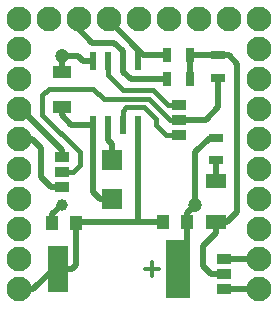
<source format=gbr>
G04 #@! TF.FileFunction,Copper,L1,Top,Signal*
%FSLAX46Y46*%
G04 Gerber Fmt 4.6, Leading zero omitted, Abs format (unit mm)*
G04 Created by KiCad (PCBNEW 4.0.6) date 08/13/17 19:50:11*
%MOMM*%
%LPD*%
G01*
G04 APERTURE LIST*
%ADD10C,0.100000*%
%ADD11C,0.300000*%
%ADD12R,1.270000X0.970000*%
%ADD13R,1.800000X1.750000*%
%ADD14R,1.700000X1.300000*%
%ADD15R,0.600000X1.550000*%
%ADD16R,1.300000X0.700000*%
%ADD17R,1.000000X1.250000*%
%ADD18R,0.700000X1.300000*%
%ADD19R,1.600000X1.000000*%
%ADD20R,2.000000X5.000000*%
%ADD21R,1.700000X4.000000*%
%ADD22C,2.100000*%
%ADD23C,1.200000*%
%ADD24C,1.000000*%
%ADD25C,0.500000*%
%ADD26C,0.400000*%
G04 APERTURE END LIST*
D10*
D11*
X125006028Y-113264143D02*
X123863171Y-113264143D01*
X124434600Y-113835571D02*
X124434600Y-112692714D01*
X125006028Y-113264143D02*
X123863171Y-113264143D01*
X124434600Y-113835571D02*
X124434600Y-112692714D01*
D12*
X126669800Y-99390200D03*
X126669800Y-100660200D03*
X126669800Y-101930200D03*
D13*
X121031000Y-104064400D03*
X121031000Y-107314400D03*
D14*
X129819400Y-105819000D03*
X129819400Y-109319000D03*
D15*
X119430800Y-101074200D03*
X120700800Y-101074200D03*
X121970800Y-101074200D03*
X123240800Y-101074200D03*
X123240800Y-95674200D03*
X121970800Y-95674200D03*
X120700800Y-95674200D03*
X119430800Y-95674200D03*
D16*
X130022600Y-95189000D03*
X130022600Y-97089000D03*
D17*
X115967000Y-109347000D03*
X117967000Y-109347000D03*
D12*
X130530600Y-114985800D03*
X130530600Y-113715800D03*
X130530600Y-112445800D03*
X126669800Y-99390200D03*
X126669800Y-100660200D03*
X126669800Y-101930200D03*
X116814600Y-103809800D03*
X116814600Y-105079800D03*
X116814600Y-106349800D03*
D18*
X127619800Y-97205800D03*
X125719800Y-97205800D03*
X127619800Y-95123000D03*
X125719800Y-95123000D03*
D19*
X116763800Y-96569400D03*
X116763800Y-99569400D03*
D20*
X126608200Y-113298600D03*
D21*
X116458200Y-113258600D03*
D17*
X127415000Y-109296200D03*
X125315000Y-109296200D03*
D16*
X129819400Y-104048600D03*
X129819400Y-102148600D03*
D22*
X133481000Y-94665000D03*
X133481000Y-97205000D03*
X133481000Y-99745000D03*
X133481000Y-102285000D03*
X133481000Y-104825000D03*
X133481000Y-107365000D03*
X133481000Y-109905000D03*
X133481000Y-112445000D03*
X133481000Y-114985000D03*
X133481000Y-92125000D03*
X130941000Y-92125000D03*
X128401000Y-92125000D03*
X125861000Y-92125000D03*
X123321000Y-92125000D03*
X120781000Y-92125000D03*
X118241000Y-92125000D03*
X115701000Y-92125000D03*
X113161000Y-92125000D03*
X113161000Y-94665000D03*
X113161000Y-97205000D03*
X113161000Y-99745000D03*
X113161000Y-102285000D03*
X113161000Y-104825000D03*
X113161000Y-107365000D03*
X113161000Y-109905000D03*
X113161000Y-112445000D03*
X113161000Y-114985000D03*
D23*
X116763800Y-95275400D03*
D24*
X116763800Y-107823000D03*
D23*
X128041400Y-107823000D03*
X128041400Y-107823000D03*
D24*
X116763800Y-107823000D03*
D23*
X116763800Y-95275400D03*
D25*
X126608200Y-113298600D02*
X126608200Y-112304200D01*
X127415000Y-110887800D02*
X127415000Y-109296200D01*
X126608200Y-111694600D02*
X127415000Y-110887800D01*
X126608200Y-113298600D02*
X126608200Y-111694600D01*
X127415000Y-108500200D02*
X127415000Y-109296200D01*
X128041400Y-107873800D02*
X127415000Y-108500200D01*
X128041400Y-103403400D02*
X128041400Y-107873800D01*
X129296200Y-102148600D02*
X128041400Y-103403400D01*
X129819400Y-102148600D02*
X129296200Y-102148600D01*
X116763800Y-107823000D02*
X115967000Y-108619800D01*
X115967000Y-108619800D02*
X115967000Y-109347000D01*
X116763800Y-96569400D02*
X116763800Y-95275400D01*
X118585000Y-95674200D02*
X118186200Y-95275400D01*
X118186200Y-95275400D02*
X116763800Y-95275400D01*
X119430800Y-95674200D02*
X118585000Y-95674200D01*
X119430800Y-95674200D02*
X118585000Y-95674200D01*
X118186200Y-95275400D02*
X116763800Y-95275400D01*
X118585000Y-95674200D02*
X118186200Y-95275400D01*
X116763800Y-96569400D02*
X116763800Y-95275400D01*
X115967000Y-108619800D02*
X115967000Y-109347000D01*
X116763800Y-107823000D02*
X115967000Y-108619800D01*
X129819400Y-102148600D02*
X129296200Y-102148600D01*
X129296200Y-102148600D02*
X128041400Y-103403400D01*
X128041400Y-103403400D02*
X128041400Y-107873800D01*
X128041400Y-107873800D02*
X127415000Y-108500200D01*
X127415000Y-108500200D02*
X127415000Y-109296200D01*
X126608200Y-113298600D02*
X126608200Y-111694600D01*
X126608200Y-111694600D02*
X127415000Y-110887800D01*
X127415000Y-110887800D02*
X127415000Y-109296200D01*
X126608200Y-113298600D02*
X126608200Y-112304200D01*
X116458200Y-113258600D02*
X116103400Y-113258600D01*
X116103400Y-113258600D02*
X114376200Y-114985800D01*
X114376200Y-114985800D02*
X113157000Y-114985800D01*
X117627400Y-113258600D02*
X116458200Y-113258600D01*
X117983000Y-112903000D02*
X117627400Y-113258600D01*
X117983000Y-109331000D02*
X117983000Y-112903000D01*
X118017800Y-109296200D02*
X117983000Y-109331000D01*
X118017800Y-109296200D02*
X117983000Y-109331000D01*
X117983000Y-109331000D02*
X117983000Y-112903000D01*
X117983000Y-112903000D02*
X117627400Y-113258600D01*
X117627400Y-113258600D02*
X116458200Y-113258600D01*
X114376200Y-114985800D02*
X113157000Y-114985800D01*
X116103400Y-113258600D02*
X114376200Y-114985800D01*
X116458200Y-113258600D02*
X116103400Y-113258600D01*
X123240800Y-109296200D02*
X118017800Y-109296200D01*
X123240800Y-101074200D02*
X123240800Y-109296200D01*
X123240800Y-101074200D02*
X123240800Y-109296200D01*
X123240800Y-109296200D02*
X118017800Y-109296200D01*
X125315000Y-109296200D02*
X123240800Y-109296200D01*
X125315000Y-109296200D02*
X123240800Y-109296200D01*
X116763800Y-100253800D02*
X117584200Y-101074200D01*
X117584200Y-101074200D02*
X119430800Y-101074200D01*
X116763800Y-99569400D02*
X116763800Y-100253800D01*
X120014400Y-107314400D02*
X119430800Y-106730800D01*
X119430800Y-106730800D02*
X119430800Y-101074200D01*
X121031000Y-107314400D02*
X120014400Y-107314400D01*
X121031000Y-107314400D02*
X120014400Y-107314400D01*
X119430800Y-106730800D02*
X119430800Y-101074200D01*
X120014400Y-107314400D02*
X119430800Y-106730800D01*
X116763800Y-99569400D02*
X116763800Y-100253800D01*
X117584200Y-101074200D02*
X119430800Y-101074200D01*
X116763800Y-100253800D02*
X117584200Y-101074200D01*
X127619800Y-95123000D02*
X127685800Y-95189000D01*
X127619800Y-97205800D02*
X127619800Y-95123000D01*
X129819400Y-110210600D02*
X129819400Y-109319000D01*
X128701800Y-111328200D02*
X129819400Y-110210600D01*
X128701800Y-113004600D02*
X128701800Y-111328200D01*
X129413000Y-113715800D02*
X128701800Y-113004600D01*
X130530600Y-113715800D02*
X129413000Y-113715800D01*
X130807400Y-109319000D02*
X131648200Y-108478200D01*
X131648200Y-108478200D02*
X131648200Y-95885000D01*
X129819400Y-109319000D02*
X130807400Y-109319000D01*
X131648200Y-95885000D02*
X130952200Y-95189000D01*
X130952200Y-95189000D02*
X130022600Y-95189000D01*
X127685800Y-95189000D02*
X130022600Y-95189000D01*
X127685800Y-95189000D02*
X130022600Y-95189000D01*
X130952200Y-95189000D02*
X130022600Y-95189000D01*
X131648200Y-95885000D02*
X130952200Y-95189000D01*
X129819400Y-109319000D02*
X130807400Y-109319000D01*
X131648200Y-108478200D02*
X131648200Y-95885000D01*
X130807400Y-109319000D02*
X131648200Y-108478200D01*
X130530600Y-113715800D02*
X129413000Y-113715800D01*
X129413000Y-113715800D02*
X128701800Y-113004600D01*
X128701800Y-113004600D02*
X128701800Y-111328200D01*
X128701800Y-111328200D02*
X129819400Y-110210600D01*
X129819400Y-110210600D02*
X129819400Y-109319000D01*
X127619800Y-97205800D02*
X127619800Y-95123000D01*
X127619800Y-95123000D02*
X127685800Y-95189000D01*
X121970800Y-94843600D02*
X121970800Y-95674200D01*
X121234200Y-94107000D02*
X121970800Y-94843600D01*
X119354600Y-94107000D02*
X121234200Y-94107000D01*
X118237000Y-92989400D02*
X119354600Y-94107000D01*
X118237000Y-92024200D02*
X118237000Y-92989400D01*
X121970800Y-96570800D02*
X122605800Y-97205800D01*
X122605800Y-97205800D02*
X125719800Y-97205800D01*
X121970800Y-95674200D02*
X121970800Y-96570800D01*
X121970800Y-95674200D02*
X121970800Y-96570800D01*
X122605800Y-97205800D02*
X125719800Y-97205800D01*
X121970800Y-96570800D02*
X122605800Y-97205800D01*
X118237000Y-92024200D02*
X118237000Y-92989400D01*
X118237000Y-92989400D02*
X119354600Y-94107000D01*
X119354600Y-94107000D02*
X121234200Y-94107000D01*
X121234200Y-94107000D02*
X121970800Y-94843600D01*
X121970800Y-94843600D02*
X121970800Y-95674200D01*
X123240800Y-94691200D02*
X123240800Y-95674200D01*
X120777000Y-92227400D02*
X123240800Y-94691200D01*
X120777000Y-92024200D02*
X120777000Y-92227400D01*
X123672600Y-95123000D02*
X123240800Y-94691200D01*
X125719800Y-95123000D02*
X123672600Y-95123000D01*
X125719800Y-95123000D02*
X123672600Y-95123000D01*
X123672600Y-95123000D02*
X123240800Y-94691200D01*
X120777000Y-92024200D02*
X120777000Y-92227400D01*
X120777000Y-92227400D02*
X123240800Y-94691200D01*
X123240800Y-94691200D02*
X123240800Y-95674200D01*
X121158000Y-103937400D02*
X121031000Y-104064400D01*
X120700800Y-102362000D02*
X121031000Y-102692200D01*
X121031000Y-102692200D02*
X121031000Y-104064400D01*
X120700800Y-101074200D02*
X120700800Y-102362000D01*
X120700800Y-101074200D02*
X120700800Y-102362000D01*
X121031000Y-102692200D02*
X121031000Y-104064400D01*
X120700800Y-102362000D02*
X121031000Y-102692200D01*
X121158000Y-103937400D02*
X121031000Y-104064400D01*
D26*
X121970800Y-99872800D02*
X121970800Y-101074200D01*
X122250200Y-99593400D02*
X121970800Y-99872800D01*
X123723400Y-99593400D02*
X122250200Y-99593400D01*
X124739400Y-100609400D02*
X123723400Y-99593400D01*
X124739400Y-101066600D02*
X124739400Y-100609400D01*
X125603000Y-101930200D02*
X124739400Y-101066600D01*
X126669800Y-101930200D02*
X125603000Y-101930200D01*
X126669800Y-101930200D02*
X125603000Y-101930200D01*
X125603000Y-101930200D02*
X124739400Y-101066600D01*
X124739400Y-101066600D02*
X124739400Y-100609400D01*
X124739400Y-100609400D02*
X123723400Y-99593400D01*
X123723400Y-99593400D02*
X122250200Y-99593400D01*
X122250200Y-99593400D02*
X121970800Y-99872800D01*
X121970800Y-99872800D02*
X121970800Y-101074200D01*
X120700800Y-96824800D02*
X120700800Y-95674200D01*
X121996200Y-98120200D02*
X120700800Y-96824800D01*
X124485400Y-98120200D02*
X121996200Y-98120200D01*
X125755400Y-99390200D02*
X124485400Y-98120200D01*
X126669800Y-99390200D02*
X125755400Y-99390200D01*
X126669800Y-99390200D02*
X125755400Y-99390200D01*
X125755400Y-99390200D02*
X124485400Y-98120200D01*
X124485400Y-98120200D02*
X121996200Y-98120200D01*
X121996200Y-98120200D02*
X120700800Y-96824800D01*
X120700800Y-96824800D02*
X120700800Y-95674200D01*
D25*
X130530600Y-114985800D02*
X133477000Y-114985800D01*
X130530600Y-114985800D02*
X133477000Y-114985800D01*
X130530600Y-112445800D02*
X133477000Y-112445800D01*
X130530600Y-112445800D02*
X133477000Y-112445800D01*
X116814600Y-103200200D02*
X113360200Y-99745800D01*
X113360200Y-99745800D02*
X113157000Y-99745800D01*
X116814600Y-103809800D02*
X116814600Y-103200200D01*
X116814600Y-103809800D02*
X116814600Y-103200200D01*
X113360200Y-99745800D02*
X113157000Y-99745800D01*
X116814600Y-103200200D02*
X113360200Y-99745800D01*
X115900200Y-106349800D02*
X115036600Y-105486200D01*
X115036600Y-105486200D02*
X115036600Y-103047800D01*
X115036600Y-103047800D02*
X114274600Y-102285800D01*
X114274600Y-102285800D02*
X113157000Y-102285800D01*
X116814600Y-106349800D02*
X115900200Y-106349800D01*
X116814600Y-106349800D02*
X115900200Y-106349800D01*
X114274600Y-102285800D02*
X113157000Y-102285800D01*
X115036600Y-103047800D02*
X114274600Y-102285800D01*
X115036600Y-105486200D02*
X115036600Y-103047800D01*
X115900200Y-106349800D02*
X115036600Y-105486200D01*
D26*
X118338600Y-103403400D02*
X118338600Y-104470200D01*
X118338600Y-104470200D02*
X117729000Y-105079800D01*
X117729000Y-105079800D02*
X116814600Y-105079800D01*
X117729000Y-105079800D02*
X116814600Y-105079800D01*
X118338600Y-104470200D02*
X117729000Y-105079800D01*
X118338600Y-103403400D02*
X118338600Y-104470200D01*
X125968198Y-100660200D02*
X124190198Y-98882200D01*
X124190198Y-98882200D02*
X120319800Y-98882200D01*
X120319800Y-98882200D02*
X119456200Y-98018600D01*
X119456200Y-98018600D02*
X115697000Y-98018600D01*
X115697000Y-98018600D02*
X115138200Y-98577400D01*
X115138200Y-98577400D02*
X115138200Y-100203000D01*
X115138200Y-100203000D02*
X118338600Y-103403400D01*
X126669800Y-100660200D02*
X125968198Y-100660200D01*
D25*
X126669800Y-100660200D02*
X128905000Y-100660200D01*
X128905000Y-100660200D02*
X128955800Y-100660200D01*
X128955800Y-100660200D02*
X130022600Y-99593400D01*
X130022600Y-99593400D02*
X130022600Y-97089000D01*
X130022600Y-99593400D02*
X130022600Y-97089000D01*
X128955800Y-100660200D02*
X130022600Y-99593400D01*
X128905000Y-100660200D02*
X128955800Y-100660200D01*
X126669800Y-100660200D02*
X128905000Y-100660200D01*
D26*
X126669800Y-100660200D02*
X125968198Y-100660200D01*
X115138200Y-100203000D02*
X118338600Y-103403400D01*
X115138200Y-98577400D02*
X115138200Y-100203000D01*
X115697000Y-98018600D02*
X115138200Y-98577400D01*
X119456200Y-98018600D02*
X115697000Y-98018600D01*
X120319800Y-98882200D02*
X119456200Y-98018600D01*
X124190198Y-98882200D02*
X120319800Y-98882200D01*
X125968198Y-100660200D02*
X124190198Y-98882200D01*
D25*
X129531800Y-105819000D02*
X129819400Y-105819000D01*
X129819400Y-104048600D02*
X129819400Y-105819000D01*
X129819400Y-104048600D02*
X129819400Y-105819000D01*
X129531800Y-105819000D02*
X129819400Y-105819000D01*
M02*

</source>
